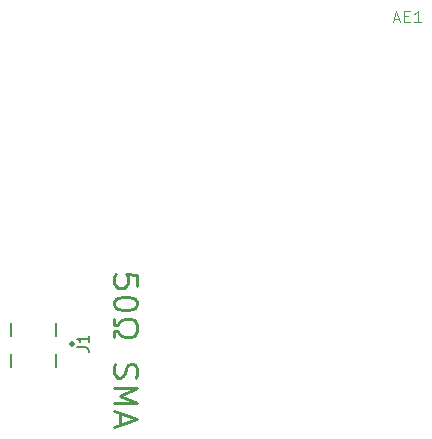
<source format=gbr>
%TF.GenerationSoftware,KiCad,Pcbnew,8.0.4*%
%TF.CreationDate,2024-11-08T13:08:53-05:00*%
%TF.ProjectId,2.4GHz_Patch,322e3447-487a-45f5-9061-7463682e6b69,rev?*%
%TF.SameCoordinates,Original*%
%TF.FileFunction,Legend,Top*%
%TF.FilePolarity,Positive*%
%FSLAX46Y46*%
G04 Gerber Fmt 4.6, Leading zero omitted, Abs format (unit mm)*
G04 Created by KiCad (PCBNEW 8.0.4) date 2024-11-08 13:08:53*
%MOMM*%
%LPD*%
G01*
G04 APERTURE LIST*
%ADD10C,0.250000*%
%ADD11C,0.100000*%
%ADD12C,0.150000*%
%ADD13C,0.300000*%
%ADD14C,0.127000*%
G04 APERTURE END LIST*
D10*
X127157761Y-63793044D02*
X127157761Y-62840663D01*
X127157761Y-62840663D02*
X126205380Y-62745425D01*
X126205380Y-62745425D02*
X126300619Y-62840663D01*
X126300619Y-62840663D02*
X126395857Y-63031139D01*
X126395857Y-63031139D02*
X126395857Y-63507330D01*
X126395857Y-63507330D02*
X126300619Y-63697806D01*
X126300619Y-63697806D02*
X126205380Y-63793044D01*
X126205380Y-63793044D02*
X126014904Y-63888282D01*
X126014904Y-63888282D02*
X125538714Y-63888282D01*
X125538714Y-63888282D02*
X125348238Y-63793044D01*
X125348238Y-63793044D02*
X125253000Y-63697806D01*
X125253000Y-63697806D02*
X125157761Y-63507330D01*
X125157761Y-63507330D02*
X125157761Y-63031139D01*
X125157761Y-63031139D02*
X125253000Y-62840663D01*
X125253000Y-62840663D02*
X125348238Y-62745425D01*
X127157761Y-65126377D02*
X127157761Y-65316854D01*
X127157761Y-65316854D02*
X127062523Y-65507330D01*
X127062523Y-65507330D02*
X126967285Y-65602568D01*
X126967285Y-65602568D02*
X126776809Y-65697806D01*
X126776809Y-65697806D02*
X126395857Y-65793044D01*
X126395857Y-65793044D02*
X125919666Y-65793044D01*
X125919666Y-65793044D02*
X125538714Y-65697806D01*
X125538714Y-65697806D02*
X125348238Y-65602568D01*
X125348238Y-65602568D02*
X125253000Y-65507330D01*
X125253000Y-65507330D02*
X125157761Y-65316854D01*
X125157761Y-65316854D02*
X125157761Y-65126377D01*
X125157761Y-65126377D02*
X125253000Y-64935901D01*
X125253000Y-64935901D02*
X125348238Y-64840663D01*
X125348238Y-64840663D02*
X125538714Y-64745425D01*
X125538714Y-64745425D02*
X125919666Y-64650187D01*
X125919666Y-64650187D02*
X126395857Y-64650187D01*
X126395857Y-64650187D02*
X126776809Y-64745425D01*
X126776809Y-64745425D02*
X126967285Y-64840663D01*
X126967285Y-64840663D02*
X127062523Y-64935901D01*
X127062523Y-64935901D02*
X127157761Y-65126377D01*
X125157761Y-66554949D02*
X125157761Y-67031139D01*
X125157761Y-67031139D02*
X125538714Y-67031139D01*
X125538714Y-67031139D02*
X125633952Y-66840663D01*
X125633952Y-66840663D02*
X125824428Y-66650187D01*
X125824428Y-66650187D02*
X126110142Y-66554949D01*
X126110142Y-66554949D02*
X126586333Y-66554949D01*
X126586333Y-66554949D02*
X126872047Y-66650187D01*
X126872047Y-66650187D02*
X127062523Y-66840663D01*
X127062523Y-66840663D02*
X127157761Y-67126377D01*
X127157761Y-67126377D02*
X127157761Y-67507330D01*
X127157761Y-67507330D02*
X127062523Y-67793044D01*
X127062523Y-67793044D02*
X126872047Y-67983520D01*
X126872047Y-67983520D02*
X126586333Y-68078758D01*
X126586333Y-68078758D02*
X126110142Y-68078758D01*
X126110142Y-68078758D02*
X125824428Y-67983520D01*
X125824428Y-67983520D02*
X125633952Y-67793044D01*
X125633952Y-67793044D02*
X125538714Y-67602568D01*
X125538714Y-67602568D02*
X125157761Y-67602568D01*
X125157761Y-67602568D02*
X125157761Y-68078758D01*
X125253000Y-70364473D02*
X125157761Y-70650187D01*
X125157761Y-70650187D02*
X125157761Y-71126378D01*
X125157761Y-71126378D02*
X125253000Y-71316854D01*
X125253000Y-71316854D02*
X125348238Y-71412092D01*
X125348238Y-71412092D02*
X125538714Y-71507330D01*
X125538714Y-71507330D02*
X125729190Y-71507330D01*
X125729190Y-71507330D02*
X125919666Y-71412092D01*
X125919666Y-71412092D02*
X126014904Y-71316854D01*
X126014904Y-71316854D02*
X126110142Y-71126378D01*
X126110142Y-71126378D02*
X126205380Y-70745425D01*
X126205380Y-70745425D02*
X126300619Y-70554949D01*
X126300619Y-70554949D02*
X126395857Y-70459711D01*
X126395857Y-70459711D02*
X126586333Y-70364473D01*
X126586333Y-70364473D02*
X126776809Y-70364473D01*
X126776809Y-70364473D02*
X126967285Y-70459711D01*
X126967285Y-70459711D02*
X127062523Y-70554949D01*
X127062523Y-70554949D02*
X127157761Y-70745425D01*
X127157761Y-70745425D02*
X127157761Y-71221616D01*
X127157761Y-71221616D02*
X127062523Y-71507330D01*
X125157761Y-72364473D02*
X127157761Y-72364473D01*
X127157761Y-72364473D02*
X125729190Y-73031140D01*
X125729190Y-73031140D02*
X127157761Y-73697806D01*
X127157761Y-73697806D02*
X125157761Y-73697806D01*
X125729190Y-74554949D02*
X125729190Y-75507330D01*
X125157761Y-74364473D02*
X127157761Y-75031139D01*
X127157761Y-75031139D02*
X125157761Y-75697806D01*
D11*
X148863333Y-41151704D02*
X149339523Y-41151704D01*
X148768095Y-41437419D02*
X149101428Y-40437419D01*
X149101428Y-40437419D02*
X149434761Y-41437419D01*
X149768095Y-40913609D02*
X150101428Y-40913609D01*
X150244285Y-41437419D02*
X149768095Y-41437419D01*
X149768095Y-41437419D02*
X149768095Y-40437419D01*
X149768095Y-40437419D02*
X150244285Y-40437419D01*
X151196666Y-41437419D02*
X150625238Y-41437419D01*
X150910952Y-41437419D02*
X150910952Y-40437419D01*
X150910952Y-40437419D02*
X150815714Y-40580276D01*
X150815714Y-40580276D02*
X150720476Y-40675514D01*
X150720476Y-40675514D02*
X150625238Y-40723133D01*
D12*
X122053012Y-68948513D02*
X122767984Y-68948513D01*
X122767984Y-68948513D02*
X122910979Y-68996177D01*
X122910979Y-68996177D02*
X123006309Y-69091507D01*
X123006309Y-69091507D02*
X123053973Y-69234501D01*
X123053973Y-69234501D02*
X123053973Y-69329831D01*
X123053973Y-67947552D02*
X123053973Y-68519529D01*
X123053973Y-68233540D02*
X122053012Y-68233540D01*
X122053012Y-68233540D02*
X122196007Y-68328870D01*
X122196007Y-68328870D02*
X122291336Y-68424200D01*
X122291336Y-68424200D02*
X122339001Y-68519529D01*
D13*
%TO.C,J1*%
X121738000Y-68677000D02*
G75*
G02*
X121538000Y-68677000I-100000J0D01*
G01*
X121538000Y-68677000D02*
G75*
G02*
X121738000Y-68677000I100000J0D01*
G01*
D14*
X120270000Y-66850000D02*
X120270000Y-67950000D01*
X120270000Y-69550000D02*
X120270000Y-70650000D01*
X116470000Y-66850000D02*
X116470000Y-67950000D01*
X116470000Y-69550000D02*
X116470000Y-70650000D01*
%TD*%
M02*

</source>
